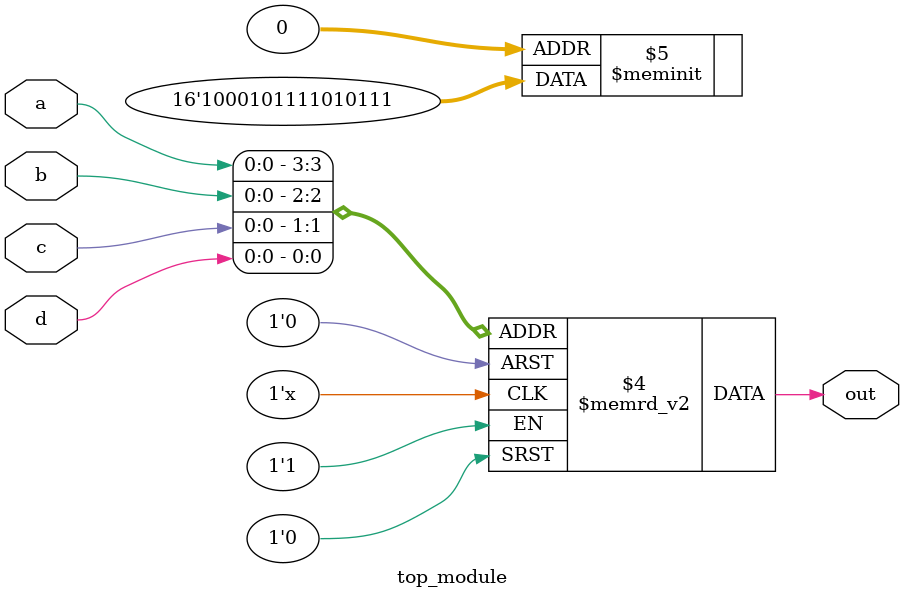
<source format=v>
module top_module(
    input a,
    input b,
    input c,
    input d,
    output out  ); 

    always@* begin 
        case({a,b,c,d}) 
            0,4,8,1,9,7,15,11,2,6: out = 1;
            default: out = 0;
        endcase
    end
endmodule

</source>
